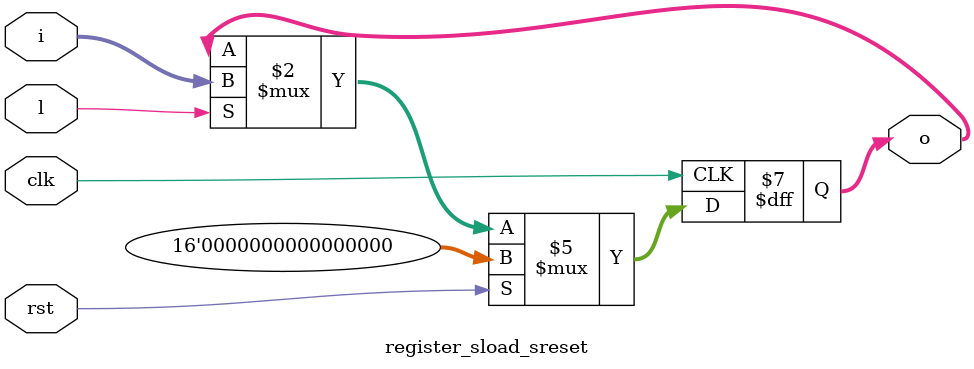
<source format=v>
module register_sload_sreset(i, l, clk, rst, o);
  parameter W = 16;
  parameter DV = 0;
  input [W-1:0] i;
  input l, clk, rst;
  output reg [W-1:0] o;
  
  always @(posedge clk)
    if(rst) o <= DV;
    else if(l) o <= i;
endmodule

</source>
